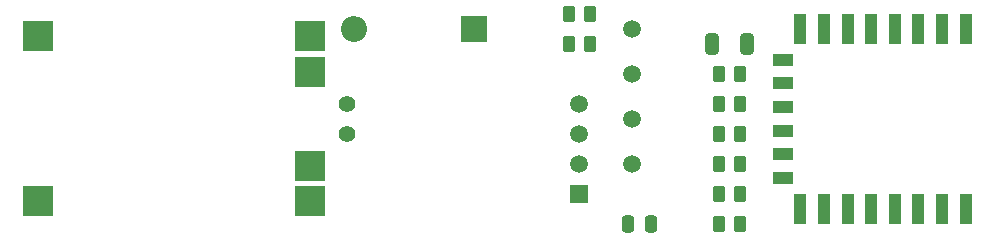
<source format=gbr>
%TF.GenerationSoftware,KiCad,Pcbnew,7.0.9*%
%TF.CreationDate,2023-11-22T21:43:23-08:00*%
%TF.ProjectId,esp12-temp-sensore,65737031-322d-4746-956d-702d73656e73,rev?*%
%TF.SameCoordinates,Original*%
%TF.FileFunction,Soldermask,Top*%
%TF.FilePolarity,Negative*%
%FSLAX46Y46*%
G04 Gerber Fmt 4.6, Leading zero omitted, Abs format (unit mm)*
G04 Created by KiCad (PCBNEW 7.0.9) date 2023-11-22 21:43:23*
%MOMM*%
%LPD*%
G01*
G04 APERTURE LIST*
G04 Aperture macros list*
%AMRoundRect*
0 Rectangle with rounded corners*
0 $1 Rounding radius*
0 $2 $3 $4 $5 $6 $7 $8 $9 X,Y pos of 4 corners*
0 Add a 4 corners polygon primitive as box body*
4,1,4,$2,$3,$4,$5,$6,$7,$8,$9,$2,$3,0*
0 Add four circle primitives for the rounded corners*
1,1,$1+$1,$2,$3*
1,1,$1+$1,$4,$5*
1,1,$1+$1,$6,$7*
1,1,$1+$1,$8,$9*
0 Add four rect primitives between the rounded corners*
20,1,$1+$1,$2,$3,$4,$5,0*
20,1,$1+$1,$4,$5,$6,$7,0*
20,1,$1+$1,$6,$7,$8,$9,0*
20,1,$1+$1,$8,$9,$2,$3,0*%
G04 Aperture macros list end*
%ADD10RoundRect,0.250000X-0.262500X-0.450000X0.262500X-0.450000X0.262500X0.450000X-0.262500X0.450000X0*%
%ADD11C,1.500000*%
%ADD12R,2.500000X2.500000*%
%ADD13RoundRect,0.250000X-0.250000X-0.475000X0.250000X-0.475000X0.250000X0.475000X-0.250000X0.475000X0*%
%ADD14RoundRect,0.250000X-0.325000X-0.650000X0.325000X-0.650000X0.325000X0.650000X-0.325000X0.650000X0*%
%ADD15R,1.000000X2.500000*%
%ADD16R,1.800000X1.000000*%
%ADD17R,2.200000X2.200000*%
%ADD18O,2.200000X2.200000*%
%ADD19C,1.400000*%
%ADD20R,1.500000X1.500000*%
%ADD21RoundRect,0.250000X0.262500X0.450000X-0.262500X0.450000X-0.262500X-0.450000X0.262500X-0.450000X0*%
G04 APERTURE END LIST*
D10*
%TO.C,R7*%
X79097500Y-39370000D03*
X80922500Y-39370000D03*
%TD*%
D11*
%TO.C,T2*%
X71755000Y-31750000D03*
%TD*%
D12*
%TO.C,A1*%
X21520000Y-28560000D03*
X21520000Y-42560000D03*
X44520000Y-31560000D03*
X44520000Y-39560000D03*
X44520000Y-28560000D03*
X44520000Y-42560000D03*
%TD*%
D13*
%TO.C,C1*%
X71440000Y-44450000D03*
X73340000Y-44450000D03*
%TD*%
D14*
%TO.C,C2*%
X78535000Y-29210000D03*
X81485000Y-29210000D03*
%TD*%
D10*
%TO.C,R6*%
X79097500Y-31750000D03*
X80922500Y-31750000D03*
%TD*%
%TO.C,R3*%
X66397500Y-29210000D03*
X68222500Y-29210000D03*
%TD*%
%TO.C,R5*%
X79097500Y-36830000D03*
X80922500Y-36830000D03*
%TD*%
%TO.C,R4*%
X79097500Y-34290000D03*
X80922500Y-34290000D03*
%TD*%
D15*
%TO.C,U2*%
X100020000Y-27960000D03*
X98020000Y-27960000D03*
X96020000Y-27960000D03*
X94020000Y-27960000D03*
X92020000Y-27960000D03*
X90020000Y-27960000D03*
X88020000Y-27960000D03*
X86020000Y-27960000D03*
D16*
X84520000Y-30560000D03*
X84520000Y-32560000D03*
X84520000Y-34560000D03*
X84520000Y-36560000D03*
X84520000Y-38560000D03*
X84520000Y-40560000D03*
D15*
X86020000Y-43160000D03*
X88020000Y-43160000D03*
X90020000Y-43160000D03*
X92020000Y-43160000D03*
X94020000Y-43160000D03*
X96020000Y-43160000D03*
X98020000Y-43160000D03*
X100020000Y-43160000D03*
%TD*%
D11*
%TO.C,T4*%
X71755000Y-39370000D03*
%TD*%
D17*
%TO.C,D1*%
X58420000Y-27940000D03*
D18*
X48260000Y-27940000D03*
%TD*%
D11*
%TO.C,T3*%
X71755000Y-35560000D03*
%TD*%
%TO.C,T1*%
X71755000Y-27940000D03*
%TD*%
D10*
%TO.C,R2*%
X66397500Y-26670000D03*
X68222500Y-26670000D03*
%TD*%
D19*
%TO.C,J1*%
X47625000Y-34290000D03*
X47625000Y-36830000D03*
%TD*%
D20*
%TO.C,U1*%
X67310000Y-41910000D03*
D11*
X67310000Y-39370000D03*
X67310000Y-36830000D03*
X67310000Y-34290000D03*
%TD*%
D21*
%TO.C,R8*%
X80922500Y-41910000D03*
X79097500Y-41910000D03*
%TD*%
D10*
%TO.C,R1*%
X79097500Y-44450000D03*
X80922500Y-44450000D03*
%TD*%
M02*

</source>
